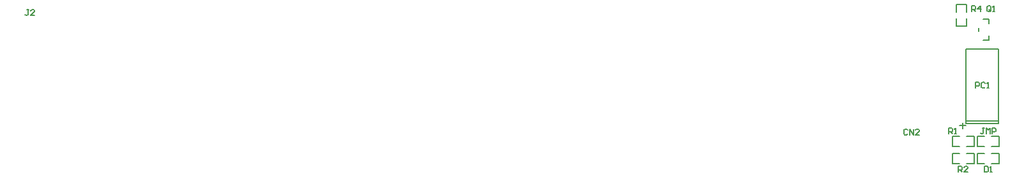
<source format=gto>
G04*
G04 #@! TF.GenerationSoftware,Altium Limited,Altium Designer,22.3.1 (43)*
G04*
G04 Layer_Color=65535*
%FSLAX25Y25*%
%MOIN*%
G70*
G04*
G04 #@! TF.SameCoordinates,E818B628-65F0-44BA-8D72-483C3118F3C7*
G04*
G04*
G04 #@! TF.FilePolarity,Positive*
G04*
G01*
G75*
%ADD10C,0.00591*%
%ADD11C,0.00787*%
%ADD12C,0.00800*%
D10*
X570094Y356752D02*
Y360728D01*
Y356752D02*
X575606D01*
Y360728D01*
X570094Y364272D02*
Y368248D01*
X575606D01*
Y364272D02*
Y368248D01*
X572039Y304740D02*
X575189D01*
X573614Y303165D02*
Y306315D01*
X575622Y284744D02*
X579598D01*
Y290256D01*
X575622D02*
X579598D01*
X568102Y284744D02*
X572079D01*
X568102D02*
Y290256D01*
X572079D01*
X588622Y293744D02*
X592598D01*
Y299256D01*
X588622D02*
X592598D01*
X581102Y293744D02*
X585079D01*
X581102D02*
Y299256D01*
X585079D01*
X575622Y293744D02*
X579598D01*
Y299256D01*
X575622D02*
X579598D01*
X568102Y293744D02*
X572079D01*
X568102D02*
Y299256D01*
X572079D01*
X581102Y290256D02*
X585079D01*
X581102Y284744D02*
Y290256D01*
Y284744D02*
X585079D01*
X588622Y290256D02*
X592598D01*
Y284744D02*
Y290256D01*
X588622Y284744D02*
X592598D01*
X587276Y349488D02*
Y351850D01*
X584126Y349488D02*
X587276D01*
Y358150D02*
Y360512D01*
X584126D02*
X587276D01*
X581764Y354213D02*
Y355787D01*
D11*
X575386Y305921D02*
Y307102D01*
Y305921D02*
X592315D01*
Y307102D01*
Y309858D01*
X575386Y307102D02*
X592315D01*
X575386D02*
Y344898D01*
X592315D01*
Y309858D02*
Y344898D01*
D12*
X544851Y302500D02*
X544351Y302999D01*
X543352D01*
X542852Y302500D01*
Y300500D01*
X543352Y300001D01*
X544351D01*
X544851Y300500D01*
X545851Y300001D02*
Y302999D01*
X547850Y300001D01*
Y302999D01*
X550849Y300001D02*
X548850D01*
X550849Y302000D01*
Y302500D01*
X550349Y302999D01*
X549350D01*
X548850Y302500D01*
X578351Y364500D02*
Y367499D01*
X579851D01*
X580351Y367000D01*
Y366000D01*
X579851Y365500D01*
X578351D01*
X579351D02*
X580351Y364500D01*
X582850D02*
Y367499D01*
X581350Y366000D01*
X583350D01*
X571343Y280501D02*
Y283500D01*
X572843D01*
X573343Y283000D01*
Y282000D01*
X572843Y281500D01*
X571343D01*
X572343D02*
X573343Y280501D01*
X576342D02*
X574342D01*
X576342Y282500D01*
Y283000D01*
X575842Y283500D01*
X574842D01*
X574342Y283000D01*
X566351Y300500D02*
Y303500D01*
X567851D01*
X568350Y303000D01*
Y302000D01*
X567851Y301500D01*
X566351D01*
X567351D02*
X568350Y300500D01*
X569350D02*
X570350D01*
X569850D01*
Y303500D01*
X569350Y303000D01*
X588350Y365000D02*
Y367000D01*
X587851Y367499D01*
X586851D01*
X586351Y367000D01*
Y365000D01*
X586851Y364500D01*
X587851D01*
X587351Y365500D02*
X588350Y364500D01*
X587851D02*
X588350Y365000D01*
X589350Y364500D02*
X590350D01*
X589850D01*
Y367499D01*
X589350Y367000D01*
X580351Y324500D02*
Y327500D01*
X581851D01*
X582351Y327000D01*
Y326000D01*
X581851Y325500D01*
X580351D01*
X585350Y327000D02*
X584850Y327500D01*
X583850D01*
X583351Y327000D01*
Y325000D01*
X583850Y324500D01*
X584850D01*
X585350Y325000D01*
X586350Y324500D02*
X587349D01*
X586849D01*
Y327500D01*
X586350Y327000D01*
X584851Y303500D02*
X583851D01*
X584351D01*
Y301000D01*
X583851Y300500D01*
X583352D01*
X582852Y301000D01*
X585851Y300500D02*
Y303500D01*
X586850Y302500D01*
X587850Y303500D01*
Y300500D01*
X588850D02*
Y303500D01*
X590349D01*
X590849Y303000D01*
Y302000D01*
X590349Y301500D01*
X588850D01*
X86055Y365499D02*
X85056D01*
X85555D01*
Y363000D01*
X85056Y362501D01*
X84556D01*
X84056Y363000D01*
X89054Y362501D02*
X87055D01*
X89054Y364500D01*
Y365000D01*
X88555Y365499D01*
X87555D01*
X87055Y365000D01*
X584859Y283500D02*
Y280501D01*
X586358D01*
X586858Y281000D01*
Y283000D01*
X586358Y283500D01*
X584859D01*
X587858Y280501D02*
X588858D01*
X588358D01*
Y283500D01*
X587858Y283000D01*
M02*

</source>
